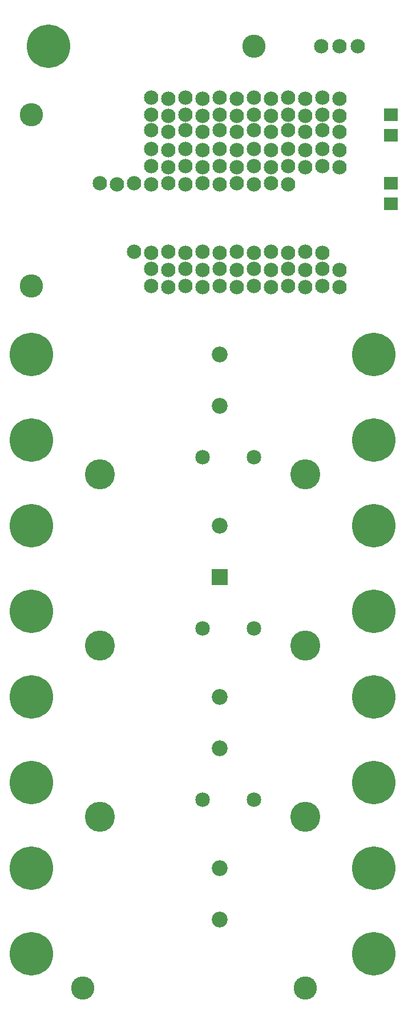
<source format=gts>
G04 MADE WITH FRITZING*
G04 WWW.FRITZING.ORG*
G04 DOUBLE SIDED*
G04 HOLES PLATED*
G04 CONTOUR ON CENTER OF CONTOUR VECTOR*
%ASAXBY*%
%FSLAX23Y23*%
%MOIN*%
%OFA0B0*%
%SFA1.0B1.0*%
%ADD10C,0.135984*%
%ADD11C,0.175354*%
%ADD12C,0.084000*%
%ADD13C,0.085000*%
%ADD14C,0.092000*%
%ADD15C,0.254000*%
%ADD16R,0.084803X0.072992*%
%ADD17R,0.092000X0.092000*%
%ADD18C,0.030000*%
%LNMASK1*%
G90*
G70*
G54D10*
X273Y5286D03*
X1873Y186D03*
X573Y186D03*
X273Y4286D03*
X1573Y5686D03*
G54D11*
X673Y1186D03*
X1873Y1186D03*
X1873Y2186D03*
X673Y2186D03*
X673Y3186D03*
X1873Y3186D03*
G54D12*
X2073Y4278D03*
X1973Y4286D03*
X1873Y4278D03*
X1773Y4286D03*
X1673Y4278D03*
X1573Y4286D03*
X1473Y4278D03*
X1373Y4286D03*
X1273Y4278D03*
X1173Y4286D03*
X1073Y4278D03*
X973Y4286D03*
X2073Y4278D03*
X1973Y4286D03*
X1873Y4278D03*
X1773Y4286D03*
X1673Y4278D03*
X1573Y4286D03*
X1473Y4278D03*
X1373Y4286D03*
X1273Y4278D03*
X1173Y4286D03*
X1073Y4278D03*
X973Y4286D03*
X2073Y5278D03*
X1973Y5286D03*
X1873Y5278D03*
X1773Y5286D03*
X1673Y5278D03*
X1573Y5286D03*
X1473Y5278D03*
X1373Y5286D03*
X1273Y5278D03*
X1173Y5286D03*
X1073Y5278D03*
X973Y5286D03*
X2073Y5278D03*
X1973Y5286D03*
X1873Y5278D03*
X1773Y5286D03*
X1673Y5278D03*
X1573Y5286D03*
X1473Y5278D03*
X1373Y5286D03*
X1273Y5278D03*
X1173Y5286D03*
X1073Y5278D03*
X973Y5286D03*
X973Y5194D03*
X1073Y5186D03*
X1173Y5194D03*
X1273Y5186D03*
X1373Y5194D03*
X1473Y5186D03*
X1573Y5194D03*
X1673Y5186D03*
X1773Y5194D03*
X1873Y5186D03*
X1973Y5194D03*
X2073Y5186D03*
X973Y5194D03*
X1073Y5186D03*
X1173Y5194D03*
X1273Y5186D03*
X1373Y5194D03*
X1473Y5186D03*
X1573Y5194D03*
X1673Y5186D03*
X1773Y5194D03*
X1873Y5186D03*
X1973Y5194D03*
X2073Y5186D03*
X2073Y5378D03*
X1973Y5386D03*
X1873Y5378D03*
X1773Y5386D03*
X1673Y5378D03*
X1573Y5386D03*
X1473Y5378D03*
X1373Y5386D03*
X1273Y5378D03*
X1173Y5386D03*
X1073Y5378D03*
X973Y5386D03*
X2073Y5378D03*
X1973Y5386D03*
X1873Y5378D03*
X1773Y5386D03*
X1673Y5378D03*
X1573Y5386D03*
X1473Y5378D03*
X1373Y5386D03*
X1273Y5378D03*
X1173Y5386D03*
X1073Y5378D03*
X973Y5386D03*
X2073Y5078D03*
X1973Y5086D03*
X1873Y5078D03*
X1773Y5086D03*
X1673Y5078D03*
X1573Y5086D03*
X1473Y5078D03*
X1373Y5086D03*
X1273Y5078D03*
X1173Y5086D03*
X1073Y5078D03*
X973Y5086D03*
X2073Y5078D03*
X1973Y5086D03*
X1873Y5078D03*
X1773Y5086D03*
X1673Y5078D03*
X1573Y5086D03*
X1473Y5078D03*
X1373Y5086D03*
X1273Y5078D03*
X1173Y5086D03*
X1073Y5078D03*
X973Y5086D03*
X1973Y4478D03*
X1873Y4486D03*
X1773Y4478D03*
X1673Y4486D03*
X1573Y4478D03*
X1473Y4486D03*
X1373Y4478D03*
X1273Y4486D03*
X1173Y4478D03*
X1073Y4486D03*
X973Y4478D03*
X873Y4486D03*
X1973Y4478D03*
X1873Y4486D03*
X1773Y4478D03*
X1673Y4486D03*
X1573Y4478D03*
X1473Y4486D03*
X1373Y4478D03*
X1273Y4486D03*
X1173Y4478D03*
X1073Y4486D03*
X973Y4478D03*
X873Y4486D03*
X2073Y4978D03*
X1973Y4986D03*
X1873Y4978D03*
X1773Y4986D03*
X1673Y4978D03*
X1573Y4986D03*
X1473Y4978D03*
X1373Y4986D03*
X1273Y4978D03*
X1173Y4986D03*
X1073Y4978D03*
X973Y4986D03*
X2073Y4978D03*
X1973Y4986D03*
X1873Y4978D03*
X1773Y4986D03*
X1673Y4978D03*
X1573Y4986D03*
X1473Y4978D03*
X1373Y4986D03*
X1273Y4978D03*
X1173Y4986D03*
X1073Y4978D03*
X973Y4986D03*
X2073Y4378D03*
X1973Y4386D03*
X1873Y4378D03*
X1773Y4386D03*
X1673Y4378D03*
X1573Y4386D03*
X1473Y4378D03*
X1373Y4386D03*
X1273Y4378D03*
X1173Y4386D03*
X1073Y4378D03*
X973Y4386D03*
X2073Y4378D03*
X1973Y4386D03*
X1873Y4378D03*
X1773Y4386D03*
X1673Y4378D03*
X1573Y4386D03*
X1473Y4378D03*
X1373Y4386D03*
X1273Y4378D03*
X1173Y4386D03*
X1073Y4378D03*
X973Y4386D03*
X1773Y4878D03*
X1673Y4886D03*
X1573Y4878D03*
X1473Y4886D03*
X1373Y4878D03*
X1273Y4886D03*
X1173Y4878D03*
X1073Y4886D03*
X973Y4878D03*
X873Y4886D03*
X773Y4878D03*
X673Y4886D03*
X1773Y4878D03*
X1673Y4886D03*
X1573Y4878D03*
X1473Y4886D03*
X1373Y4878D03*
X1273Y4886D03*
X1173Y4878D03*
X1073Y4886D03*
X973Y4878D03*
X873Y4886D03*
X773Y4878D03*
X673Y4886D03*
X1966Y5686D03*
X2073Y5686D03*
X2180Y5686D03*
X1966Y5686D03*
X2073Y5686D03*
X2180Y5686D03*
G54D13*
X1573Y3286D03*
X1273Y3286D03*
X1273Y2286D03*
X1573Y2286D03*
X1273Y1286D03*
X1573Y1286D03*
G54D14*
X1373Y586D03*
X1373Y886D03*
G54D15*
X2273Y2386D03*
X2273Y2386D03*
X2273Y1886D03*
X2273Y1886D03*
X373Y5686D03*
X373Y5686D03*
X273Y3386D03*
X273Y3386D03*
X2273Y1386D03*
X2273Y1386D03*
X273Y886D03*
X273Y886D03*
X273Y2886D03*
X273Y2886D03*
X273Y2386D03*
X273Y2386D03*
X273Y3886D03*
X273Y3886D03*
X2273Y3386D03*
X2273Y3386D03*
X2273Y886D03*
X2273Y886D03*
X2273Y2886D03*
X2273Y2886D03*
X273Y1386D03*
X273Y1386D03*
X2273Y3886D03*
X2273Y3886D03*
X273Y1886D03*
X273Y1886D03*
X273Y386D03*
X273Y386D03*
X2273Y386D03*
X2273Y386D03*
G54D14*
X1373Y3586D03*
X1373Y3886D03*
X1373Y1586D03*
X1373Y1886D03*
X1373Y2586D03*
X1373Y2886D03*
G54D16*
X2373Y5164D03*
X2373Y5286D03*
X2373Y4764D03*
X2373Y4886D03*
G54D17*
X1373Y2586D03*
G54D18*
G36*
X1342Y617D02*
X1404Y617D01*
X1404Y555D01*
X1342Y555D01*
X1342Y617D01*
G37*
D02*
G36*
X1342Y3617D02*
X1404Y3617D01*
X1404Y3555D01*
X1342Y3555D01*
X1342Y3617D01*
G37*
D02*
G36*
X1342Y1617D02*
X1404Y1617D01*
X1404Y1555D01*
X1342Y1555D01*
X1342Y1617D01*
G37*
D02*
G04 End of Mask1*
M02*
</source>
